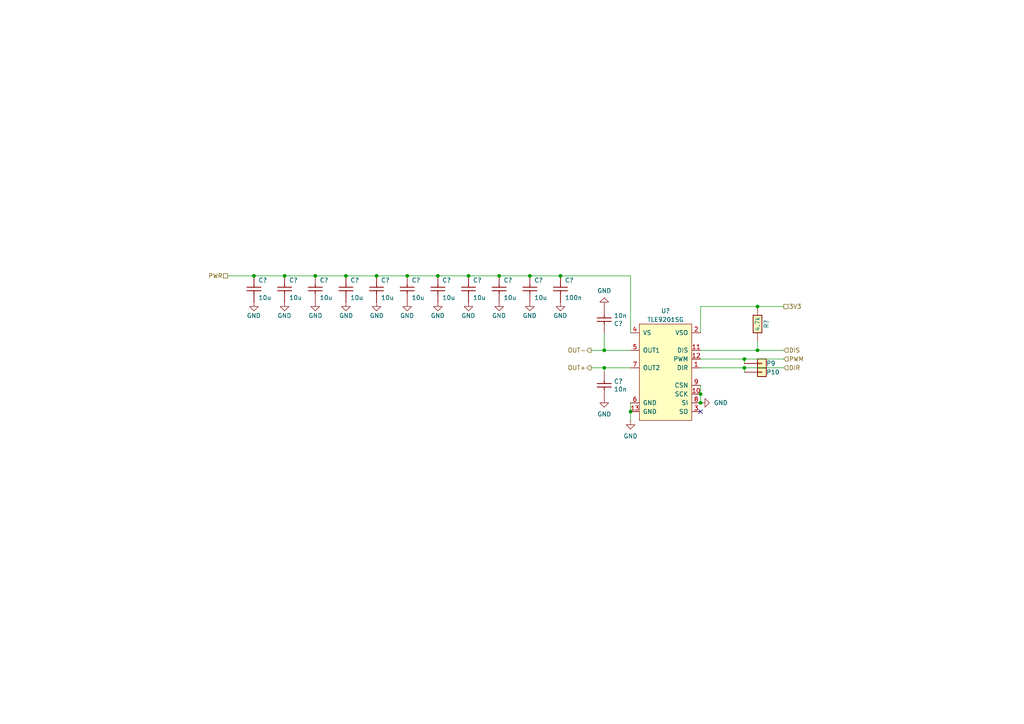
<source format=kicad_sch>
(kicad_sch (version 20231120) (generator "eeschema") (generator_version "8.0")
  (paper "A4")
  (title_block (title "UAEFI") (date "2025-04-30") (rev "E") (company "rusEFI.com"))
  (lib_symbols
    (symbol "chips:TLE9201SG" (pin_names (offset 1.016))
      (property "Reference" "U" (at -1.27 3.81 0))
      (property "Value" "TLE9201SG" (at 2.54 1.27 0))
      (symbol "TLE9201SG_0_1"
        (rectangle (start -2.54 0) (end 12.7 -27.94) (fill (type background)))
      )
      (symbol "TLE9201SG_1_1"
        (pin passive line (at -5.08 -12.7 0) (length 2.54) (name "DIR") (number "1"))
        (pin passive line (at -5.08 -20.32 0) (length 2.54) (name "SCK") (number "10"))
        (pin passive line (at -5.08 -7.62 0) (length 2.54) (name "DIS") (number "11"))
        (pin passive line (at -5.08 -10.16 0) (length 2.54) (name "PWM") (number "12"))
        (pin passive line (at 15.24 -25.4 180) (length 2.54) (name "GND") (number "13"))
        (pin passive line (at -5.08 -2.54 0) (length 2.54) (name "VSO") (number "2"))
        (pin passive line (at -5.08 -25.4 0) (length 2.54) (name "SO") (number "3"))
        (pin passive line (at 15.24 -2.54 180) (length 2.54) (name "VS") (number "4"))
        (pin passive line (at 15.24 -7.62 180) (length 2.54) (name "OUT1") (number "5"))
        (pin passive line (at 15.24 -22.86 180) (length 2.54) (name "GND") (number "6"))
        (pin passive line (at 15.24 -12.7 180) (length 2.54) (name "OUT2") (number "7"))
        (pin passive line (at -5.08 -22.86 0) (length 2.54) (name "SI") (number "8"))
        (pin passive line (at -5.08 -17.78 0) (length 2.54) (name "CSN") (number "9"))
      )
    )
    (symbol "hellen-one-common:Cap" (pin_numbers hide)
      (property "Reference" "C" (at -3.81 2.54 0))
      (property "Value" "Cap" (at -2.54 -1.27 0))
      (symbol "Cap_1_0"
        (polyline (pts (xy -1.27 0) (xy -0.508 0)) (stroke (width 0.254)))
        (polyline (pts (xy -0.508 -2.032) (xy -0.508 2.032)) (stroke (width 0.254)))
        (polyline (pts (xy 0.508 2.032) (xy 0.508 -2.032)) (stroke (width 0.254)))
        (polyline (pts (xy 1.27 0) (xy 0.508 0)) (stroke (width 0.254)))
        (pin passive line (at -3.81 0 0) (length 2.54) (name "") (number "1"))
        (pin passive line (at 3.81 0 180) (length 2.54) (name "") (number "2"))
      )
    )
    (symbol "hellen-one-common:Pad" (pin_numbers hide) (pin_names (offset 1.016) hide)
      (property "Reference" "P" (at 2.54 0 0))
      (symbol "Pad_1_1"
        (rectangle (start -1.27 0.127) (end 0 -0.127) (stroke (width 0.1524)))
        (rectangle (start -1.27 1.27) (end 1.27 -1.27) (stroke (width 0.254)) (fill (type background)))
        (pin passive line (at -5.08 0 0) (length 3.81) (name "Pin_1") (number "1"))
      )
    )
    (symbol "hellen-one-common:Res" (pin_numbers hide)
      (property "Reference" "R" (at 3.81 2.54 0))
      (property "Value" "Res" (at 5.08 -2.54 0))
      (symbol "Res_1_0"
        (rectangle (start 2.54 -1.27) (end 7.62 1.27) (stroke (width 0.254)) (fill (type background)))
        (pin passive line (at 0 0 0) (length 2.54) (name "") (number "1"))
        (pin passive line (at 10.16 0 180) (length 2.54) (name "") (number "2"))
      )
    )
    (symbol "power:GND" (power) (pin_numbers hide) (pin_names (offset 0) hide)
      (property "Value" "GND" (at 0 -3.81 0))
      (symbol "GND_0_1"
        (polyline (pts (xy 0 0) (xy 0 -1.27) (xy 1.27 -1.27) (xy 0 -2.54) (xy -1.27 -1.27) (xy 0 -1.27)))
      )
      (symbol "GND_1_1"
        (pin power_in line (at 0 0 270) (length 0) (name "~") (number "1"))
      )
    )
  )
  (junction (at 144.78 80.01))
  (junction (at 91.44 80.01))
  (junction (at 219.71 88.9))
  (junction (at 127 80.01))
  (junction (at 135.89 80.01))
  (junction (at 215.9 106.68))
  (junction (at 215.9 104.14))
  (junction (at 203.2 116.84))
  (junction (at 175.26 101.6))
  (junction (at 203.2 114.3))
  (junction (at 175.26 106.68))
  (junction (at 109.22 80.01))
  (junction (at 219.71 101.6))
  (junction (at 118.11 80.01))
  (junction (at 182.88 119.38))
  (junction (at 162.56 80.01))
  (junction (at 73.66 80.01))
  (junction (at 153.67 80.01))
  (junction (at 82.55 80.01))
  (junction (at 100.33 80.01))
  (no_connect (at 203.2 119.38))
  (wire (pts (xy 175.26 101.6) (xy 171.45 101.6)))
  (wire (pts (xy 203.2 106.68) (xy 215.9 106.68)))
  (wire (pts (xy 153.67 80.01) (xy 162.56 80.01)))
  (wire (pts (xy 215.9 104.14) (xy 215.9 105.41)))
  (wire (pts (xy 203.2 114.3) (xy 203.2 111.76)))
  (wire (pts (xy 203.2 101.6) (xy 219.71 101.6)))
  (wire (pts (xy 127 80.01) (xy 135.89 80.01)))
  (wire (pts (xy 203.2 104.14) (xy 215.9 104.14)))
  (wire (pts (xy 91.44 80.01) (xy 100.33 80.01)))
  (wire (pts (xy 215.9 104.14) (xy 227.33 104.14)))
  (wire (pts (xy 215.9 106.68) (xy 227.33 106.68)))
  (wire (pts (xy 175.26 106.68) (xy 182.88 106.68)))
  (wire (pts (xy 171.45 106.68) (xy 175.26 106.68)))
  (wire (pts (xy 182.88 101.6) (xy 175.26 101.6)))
  (wire (pts (xy 219.71 88.9) (xy 227.33 88.9)))
  (wire (pts (xy 144.78 80.01) (xy 153.67 80.01)))
  (wire (pts (xy 182.88 116.84) (xy 182.88 119.38)))
  (wire (pts (xy 203.2 96.52) (xy 203.2 88.9)))
  (wire (pts (xy 182.88 119.38) (xy 182.88 121.92)))
  (wire (pts (xy 219.71 99.06) (xy 219.71 101.6)))
  (wire (pts (xy 82.55 80.01) (xy 91.44 80.01)))
  (wire (pts (xy 109.22 80.01) (xy 118.11 80.01)))
  (wire (pts (xy 73.66 80.01) (xy 82.55 80.01)))
  (wire (pts (xy 118.11 80.01) (xy 127 80.01)))
  (wire (pts (xy 175.26 101.6) (xy 175.26 96.52)))
  (wire (pts (xy 175.26 106.68) (xy 175.26 107.95)))
  (wire (pts (xy 203.2 116.84) (xy 203.2 114.3)))
  (wire (pts (xy 135.89 80.01) (xy 144.78 80.01)))
  (wire (pts (xy 203.2 88.9) (xy 219.71 88.9)))
  (wire (pts (xy 66.04 80.01) (xy 73.66 80.01)))
  (wire (pts (xy 219.71 101.6) (xy 227.33 101.6)))
  (wire (pts (xy 162.56 80.01) (xy 182.88 80.01)))
  (wire (pts (xy 182.88 80.01) (xy 182.88 96.52)))
  (wire (pts (xy 215.9 106.68) (xy 215.9 107.95)))
  (wire (pts (xy 100.33 80.01) (xy 109.22 80.01)))
  (hierarchical_label "3V3" (shape passive) (at 227.33 88.9 0))
  (hierarchical_label "OUT-" (shape output) (at 171.45 101.6 180))
  (hierarchical_label "DIS" (shape input) (at 227.33 101.6 0))
  (hierarchical_label "DIR" (shape input) (at 227.33 106.68 0))
  (hierarchical_label "PWM" (shape input) (at 227.33 104.14 0))
  (hierarchical_label "PWR" (shape passive) (at 66.04 80.01 180))
  (hierarchical_label "OUT+" (shape output) (at 171.45 106.68 180))
  (symbol (lib_id "hellen-one-common:Cap") (at 144.78 83.82 90) (unit 1)
    (property "Reference" "C?" (at 146.05 81.28 90) (effects (justify right)))
    (property "Value" "10u" (at 146.05 86.36 90) (effects (justify right)))
    (property "Footprint" "hellen-one-common:C0805" (effects (hide yes)))
    (property "LCSC" "C15850" (effects (hide yes)))
    (instances (project "hellen-112-17" (path "" (reference "C?") (unit 1))) (project "uaefi" (path "" (reference "C10") (unit 1)) (path "" (reference "C23") (unit 1))))
  )
  (symbol (lib_id "power:GND") (at 118.11 87.63 0) (mirror y) (unit 1)
    (property "Reference" "#PWR?" (effects (hide yes)))
    (property "Value" "GND" (at 118.0592 91.5734 0))
    (property "Description" "Power symbol creates a global label with name \"GND\" , ground" (effects (hide yes)))
    (instances (project "hellen-112-17" (path "" (reference "#PWR?") (unit 1)) (path "" (reference "#PWR?") (unit 1))) (project "uaefi" (path "" (reference "#PWR082") (unit 1)) (path "" (reference "#PWR0103") (unit 1))))
  )
  (symbol (lib_id "power:GND") (at 203.2 116.84 90) (mirror x) (unit 1)
    (property "Reference" "#PWR091" (effects (hide yes)))
    (property "Value" "GND" (at 207.01 116.8399 90) (effects (justify right)))
    (property "Description" "Power symbol creates a global label with name \"GND\" , ground" (effects (hide yes)))
    (instances (project "uaefi" (path "" (reference "#PWR091") (unit 1)) (path "" (reference "#PWR0112") (unit 1))))
  )
  (symbol (lib_id "hellen-one-common:Cap") (at 118.11 83.82 90) (unit 1)
    (property "Reference" "C?" (at 119.38 81.28 90) (effects (justify right)))
    (property "Value" "10u" (at 119.38 86.36 90) (effects (justify right)))
    (property "Footprint" "hellen-one-common:C0805" (effects (hide yes)))
    (property "LCSC" "C15850" (effects (hide yes)))
    (instances (project "hellen-112-17" (path "" (reference "C?") (unit 1))) (project "uaefi" (path "" (reference "C7") (unit 1)) (path "" (reference "C20") (unit 1))))
  )
  (symbol (lib_id "hellen-one-common:Cap") (at 109.22 83.82 90) (unit 1)
    (property "Reference" "C?" (at 110.49 81.28 90) (effects (justify right)))
    (property "Value" "10u" (at 110.49 86.36 90) (effects (justify right)))
    (property "Footprint" "hellen-one-common:C0805" (effects (hide yes)))
    (property "LCSC" "C15850" (effects (hide yes)))
    (instances (project "hellen-112-17" (path "" (reference "C?") (unit 1))) (project "uaefi" (path "" (reference "C6") (unit 1)) (path "" (reference "C19") (unit 1))))
  )
  (symbol (lib_id "power:GND") (at 144.78 87.63 0) (mirror y) (unit 1)
    (property "Reference" "#PWR?" (effects (hide yes)))
    (property "Value" "GND" (at 144.7292 91.5734 0))
    (property "Description" "Power symbol creates a global label with name \"GND\" , ground" (effects (hide yes)))
    (instances (project "hellen-112-17" (path "" (reference "#PWR?") (unit 1)) (path "" (reference "#PWR?") (unit 1))) (project "uaefi" (path "" (reference "#PWR085") (unit 1)) (path "" (reference "#PWR0106") (unit 1))))
  )
  (symbol (lib_id "power:GND") (at 91.44 87.63 0) (unit 1)
    (property "Reference" "#PWR?" (effects (hide yes)))
    (property "Value" "GND" (at 91.4908 91.5734 0))
    (property "Description" "Power symbol creates a global label with name \"GND\" , ground" (effects (hide yes)))
    (instances (project "hellen-112-17" (path "" (reference "#PWR?") (unit 1)) (path "" (reference "#PWR?") (unit 1))) (project "uaefi" (path "" (reference "#PWR079") (unit 1)) (path "" (reference "#PWR0100") (unit 1))))
  )
  (symbol (lib_id "hellen-one-common:Res") (at 219.71 99.06 90) (unit 1)
    (property "Reference" "R?" (at 222.25 93.98 0))
    (property "Value" "4.7k" (at 219.71 93.98 0))
    (property "Footprint" "hellen-one-common:R0603" (effects (hide yes)))
    (property "LCSC" "C23162" (effects (hide yes)))
    (instances (project "hellen-112-17" (path "" (reference "R?") (unit 1)) (path "" (reference "R?") (unit 1))) (project "uaefi" (path "" (reference "R15") (unit 1)) (path "" (reference "R20") (unit 1))))
  )
  (symbol (lib_id "power:GND") (at 127 87.63 0) (mirror y) (unit 1)
    (property "Reference" "#PWR?" (effects (hide yes)))
    (property "Value" "GND" (at 126.9492 91.5734 0))
    (property "Description" "Power symbol creates a global label with name \"GND\" , ground" (effects (hide yes)))
    (instances (project "hellen-112-17" (path "" (reference "#PWR?") (unit 1)) (path "" (reference "#PWR?") (unit 1))) (project "uaefi" (path "" (reference "#PWR083") (unit 1)) (path "" (reference "#PWR0104") (unit 1))))
  )
  (symbol (lib_id "hellen-one-common:Cap") (at 91.44 83.82 90) (unit 1)
    (property "Reference" "C?" (at 92.71 81.28 90) (effects (justify right)))
    (property "Value" "10u" (at 92.71 86.36 90) (effects (justify right)))
    (property "Footprint" "hellen-one-common:C0805" (effects (hide yes)))
    (property "LCSC" "C15850" (effects (hide yes)))
    (instances (project "hellen-112-17" (path "" (reference "C?") (unit 1))) (project "uaefi" (path "" (reference "C4") (unit 1)) (path "" (reference "C17") (unit 1))))
  )
  (symbol (lib_id "power:GND") (at 100.33 87.63 0) (unit 1)
    (property "Reference" "#PWR?" (effects (hide yes)))
    (property "Value" "GND" (at 100.3808 91.5734 0))
    (property "Description" "Power symbol creates a global label with name \"GND\" , ground" (effects (hide yes)))
    (instances (project "hellen-112-17" (path "" (reference "#PWR?") (unit 1)) (path "" (reference "#PWR?") (unit 1))) (project "uaefi" (path "" (reference "#PWR080") (unit 1)) (path "" (reference "#PWR0101") (unit 1))))
  )
  (symbol (lib_id "power:GND") (at 153.67 87.63 0) (mirror y) (unit 1)
    (property "Reference" "#PWR?" (effects (hide yes)))
    (property "Value" "GND" (at 153.6192 91.5734 0))
    (property "Description" "Power symbol creates a global label with name \"GND\" , ground" (effects (hide yes)))
    (instances (project "hellen-112-17" (path "" (reference "#PWR?") (unit 1)) (path "" (reference "#PWR?") (unit 1))) (project "uaefi" (path "" (reference "#PWR086") (unit 1)) (path "" (reference "#PWR0107") (unit 1))))
  )
  (symbol (lib_id "hellen-one-common:Cap") (at 100.33 83.82 90) (unit 1)
    (property "Reference" "C?" (at 101.6 81.28 90) (effects (justify right)))
    (property "Value" "10u" (at 101.6 86.36 90) (effects (justify right)))
    (property "Footprint" "hellen-one-common:C0805" (effects (hide yes)))
    (property "LCSC" "C15850" (effects (hide yes)))
    (instances (project "hellen-112-17" (path "" (reference "C?") (unit 1))) (project "uaefi" (path "" (reference "C5") (unit 1)) (path "" (reference "C18") (unit 1))))
  )
  (symbol (lib_id "power:GND") (at 109.22 87.63 0) (unit 1)
    (property "Reference" "#PWR?" (effects (hide yes)))
    (property "Value" "GND" (at 109.2708 91.5734 0))
    (property "Description" "Power symbol creates a global label with name \"GND\" , ground" (effects (hide yes)))
    (instances (project "hellen-112-17" (path "" (reference "#PWR?") (unit 1)) (path "" (reference "#PWR?") (unit 1))) (project "uaefi" (path "" (reference "#PWR081") (unit 1)) (path "" (reference "#PWR0102") (unit 1))))
  )
  (symbol (lib_id "power:GND") (at 73.66 87.63 0) (mirror y) (unit 1)
    (property "Reference" "#PWR?" (effects (hide yes)))
    (property "Value" "GND" (at 73.6092 91.5734 0))
    (property "Description" "Power symbol creates a global label with name \"GND\" , ground" (effects (hide yes)))
    (instances (project "hellen-112-17" (path "" (reference "#PWR?") (unit 1)) (path "" (reference "#PWR?") (unit 1))) (project "uaefi" (path "" (reference "#PWR077") (unit 1)) (path "" (reference "#PWR098") (unit 1))))
  )
  (symbol (lib_id "chips:TLE9201SG") (at 198.12 93.98 0) (mirror y) (unit 1)
    (property "Reference" "U?" (at 193.04 90.17 0))
    (property "Value" "TLE9201SG" (at 193.04 92.71 0))
    (property "Footprint" "Package_SO:Infineon_PG-DSO-12-11" (effects (hide yes)))
    (property "LCSC" "C112633" (effects (hide yes)))
    (instances (project "hellen-112-17" (path "" (reference "U?") (unit 1))) (project "uaefi" (path "" (reference "U2") (unit 1)) (path "" (reference "U5") (unit 1))))
  )
  (symbol (lib_id "hellen-one-common:Cap") (at 73.66 83.82 90) (unit 1)
    (property "Reference" "C?" (at 74.93 81.28 90) (effects (justify right)))
    (property "Value" "10u" (at 74.93 86.36 90) (effects (justify right)))
    (property "Footprint" "hellen-one-common:C0805" (effects (hide yes)))
    (property "LCSC" "C15850" (effects (hide yes)))
    (instances (project "hellen-112-17" (path "" (reference "C?") (unit 1))) (project "uaefi" (path "" (reference "C2") (unit 1)) (path "" (reference "C15") (unit 1))))
  )
  (symbol (lib_id "hellen-one-common:Cap") (at 162.56 83.82 90) (unit 1)
    (property "Reference" "C?" (at 163.83 81.28 90) (effects (justify right)))
    (property "Value" "100n" (at 163.83 86.36 90) (effects (justify right)))
    (property "Footprint" "hellen-one-common:C0603" (effects (hide yes)))
    (property "LCSC" "C14663" (effects (hide yes)))
    (instances (project "hellen-112-17" (path "" (reference "C?") (unit 1))) (project "uaefi" (path "" (reference "C12") (unit 1)) (path "" (reference "C25") (unit 1))))
  )
  (symbol (lib_id "hellen-one-common:Cap") (at 153.67 83.82 90) (unit 1)
    (property "Reference" "C?" (at 154.94 81.28 90) (effects (justify right)))
    (property "Value" "10u" (at 154.94 86.36 90) (effects (justify right)))
    (property "Footprint" "hellen-one-common:C0805" (effects (hide yes)))
    (property "LCSC" "C15850" (effects (hide yes)))
    (instances (project "hellen-112-17" (path "" (reference "C?") (unit 1))) (project "uaefi" (path "" (reference "C11") (unit 1)) (path "" (reference "C24") (unit 1))))
  )
  (symbol (lib_id "power:GND") (at 175.26 115.57 0) (mirror y) (unit 1)
    (property "Reference" "#PWR?" (effects (hide yes)))
    (property "Value" "GND" (at 175.26 120.1325 0))
    (property "Description" "Power symbol creates a global label with name \"GND\" , ground" (effects (hide yes)))
    (instances (project "hellen-112-17" (path "" (reference "#PWR?") (unit 1)) (path "" (reference "#PWR?") (unit 1))) (project "uaefi" (path "" (reference "#PWR089") (unit 1)) (path "" (reference "#PWR0110") (unit 1))))
  )
  (symbol (lib_id "hellen-one-common:Cap") (at 135.89 83.82 90) (unit 1)
    (property "Reference" "C?" (at 137.16 81.28 90) (effects (justify right)))
    (property "Value" "10u" (at 137.16 86.36 90) (effects (justify right)))
    (property "Footprint" "hellen-one-common:C0805" (effects (hide yes)))
    (property "LCSC" "C15850" (effects (hide yes)))
    (instances (project "hellen-112-17" (path "" (reference "C?") (unit 1))) (project "uaefi" (path "" (reference "C9") (unit 1)) (path "" (reference "C22") (unit 1))))
  )
  (symbol (lib_id "hellen-one-common:Pad") (at 220.98 107.95 0) (unit 1)
    (property "Reference" "P10" (at 222.25 107.95 0) (effects (justify left)))
    (property "Value" "Pad" (effects (hide yes)))
    (property "Footprint" "hellen-one-common:PAD-TH" (effects (hide yes)))
    (instances (project "uaefi" (path "" (reference "P10") (unit 1)) (path "" (reference "P12") (unit 1))))
  )
  (symbol (lib_id "hellen-one-common:Cap") (at 127 83.82 90) (unit 1)
    (property "Reference" "C?" (at 128.27 81.28 90) (effects (justify right)))
    (property "Value" "10u" (at 128.27 86.36 90) (effects (justify right)))
    (property "Footprint" "hellen-one-common:C0805" (effects (hide yes)))
    (property "LCSC" "C15850" (effects (hide yes)))
    (instances (project "hellen-112-17" (path "" (reference "C?") (unit 1))) (project "uaefi" (path "" (reference "C8") (unit 1)) (path "" (reference "C21") (unit 1))))
  )
  (symbol (lib_id "power:GND") (at 175.26 88.9 180) (unit 1)
    (property "Reference" "#PWR?" (effects (hide yes)))
    (property "Value" "GND" (at 175.26 84.3375 0))
    (property "Description" "Power symbol creates a global label with name \"GND\" , ground" (effects (hide yes)))
    (instances (project "hellen-112-17" (path "" (reference "#PWR?") (unit 1)) (path "" (reference "#PWR?") (unit 1))) (project "uaefi" (path "" (reference "#PWR088") (unit 1)) (path "" (reference "#PWR0109") (unit 1))))
  )
  (symbol (lib_id "power:GND") (at 182.88 121.92 0) (mirror y) (unit 1)
    (property "Reference" "#PWR?" (effects (hide yes)))
    (property "Value" "GND" (at 182.88 126.4825 0))
    (property "Description" "Power symbol creates a global label with name \"GND\" , ground" (effects (hide yes)))
    (instances (project "hellen-112-17" (path "" (reference "#PWR?") (unit 1)) (path "" (reference "#PWR?") (unit 1))) (project "uaefi" (path "" (reference "#PWR090") (unit 1)) (path "" (reference "#PWR0111") (unit 1))))
  )
  (symbol (lib_id "power:GND") (at 162.56 87.63 0) (mirror y) (unit 1)
    (property "Reference" "#PWR?" (effects (hide yes)))
    (property "Value" "GND" (at 162.5092 91.5734 0))
    (property "Description" "Power symbol creates a global label with name \"GND\" , ground" (effects (hide yes)))
    (instances (project "hellen-112-17" (path "" (reference "#PWR?") (unit 1)) (path "" (reference "#PWR?") (unit 1))) (project "uaefi" (path "" (reference "#PWR087") (unit 1)) (path "" (reference "#PWR0108") (unit 1))))
  )
  (symbol (lib_id "hellen-one-common:Cap") (at 82.55 83.82 90) (unit 1)
    (property "Reference" "C?" (at 83.82 81.28 90) (effects (justify right)))
    (property "Value" "10u" (at 83.82 86.36 90) (effects (justify right)))
    (property "Footprint" "hellen-one-common:C0805" (effects (hide yes)))
    (property "LCSC" "C15850" (effects (hide yes)))
    (instances (project "hellen-112-17" (path "" (reference "C?") (unit 1))) (project "uaefi" (path "" (reference "C3") (unit 1)) (path "" (reference "C16") (unit 1))))
  )
  (symbol (lib_id "power:GND") (at 82.55 87.63 0) (mirror y) (unit 1)
    (property "Reference" "#PWR?" (effects (hide yes)))
    (property "Value" "GND" (at 82.4992 91.5734 0))
    (property "Description" "Power symbol creates a global label with name \"GND\" , ground" (effects (hide yes)))
    (instances (project "hellen-112-17" (path "" (reference "#PWR?") (unit 1)) (path "" (reference "#PWR?") (unit 1))) (project "uaefi" (path "" (reference "#PWR078") (unit 1)) (path "" (reference "#PWR099") (unit 1))))
  )
  (symbol (lib_id "hellen-one-common:Cap") (at 175.26 92.71 90) (mirror x) (unit 1)
    (property "Reference" "C?" (at 178.0541 93.8594 90) (effects (justify right)))
    (property "Value" "10n" (at 178.0541 91.5607 90) (effects (justify right)))
    (property "Footprint" "hellen-one-common:C0603" (effects (hide yes)))
    (property "LCSC" "C57112" (effects (hide yes)))
    (instances (project "hellen-112-17" (path "" (reference "C?") (unit 1)) (path "" (reference "C?") (unit 1))) (project "uaefi" (path "" (reference "C13") (unit 1)) (path "" (reference "C26") (unit 1))))
  )
  (symbol (lib_id "hellen-one-common:Cap") (at 175.26 111.76 90) (unit 1)
    (property "Reference" "C?" (at 178.0541 110.6106 90) (effects (justify right)))
    (property "Value" "10n" (at 178.0541 112.9093 90) (effects (justify right)))
    (property "Footprint" "hellen-one-common:C0603" (effects (hide yes)))
    (property "LCSC" "C57112" (effects (hide yes)))
    (instances (project "hellen-112-17" (path "" (reference "C?") (unit 1)) (path "" (reference "C?") (unit 1))) (project "uaefi" (path "" (reference "C14") (unit 1)) (path "" (reference "C27") (unit 1))))
  )
  (symbol (lib_id "hellen-one-common:Pad") (at 220.98 105.41 0) (unit 1)
    (property "Reference" "P9" (at 222.25 105.41 0) (effects (justify left)))
    (property "Value" "Pad" (effects (hide yes)))
    (property "Footprint" "hellen-one-common:PAD-TH" (effects (hide yes)))
    (instances (project "uaefi" (path "" (reference "P9") (unit 1)) (path "" (reference "P11") (unit 1))))
  )
  (symbol (lib_id "power:GND") (at 135.89 87.63 0) (mirror y) (unit 1)
    (property "Reference" "#PWR?" (effects (hide yes)))
    (property "Value" "GND" (at 135.8392 91.5734 0))
    (property "Description" "Power symbol creates a global label with name \"GND\" , ground" (effects (hide yes)))
    (instances (project "hellen-112-17" (path "" (reference "#PWR?") (unit 1)) (path "" (reference "#PWR?") (unit 1))) (project "uaefi" (path "" (reference "#PWR084") (unit 1)) (path "" (reference "#PWR0105") (unit 1))))
  )
)
</source>
